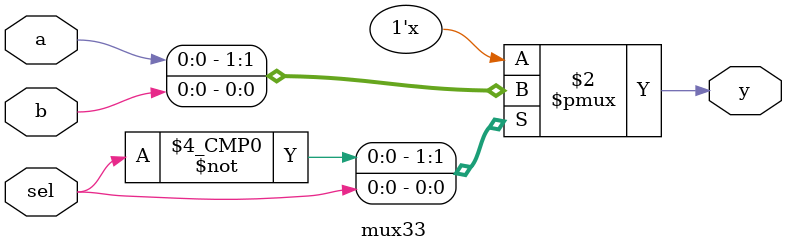
<source format=v>
module mux33 (input a, b, sel,
                   output reg y);

    // Multiplexer logic using case statement
    always @(*) begin
        case(sel)
            1'b0: y = a;
            1'b1: y = b;
        endcase
    end
endmodule
</source>
